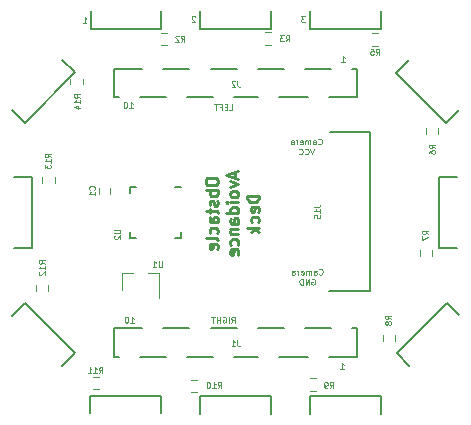
<source format=gbr>
G04 #@! TF.FileFunction,Legend,Bot*
%FSLAX46Y46*%
G04 Gerber Fmt 4.6, Leading zero omitted, Abs format (unit mm)*
G04 Created by KiCad (PCBNEW 4.0.7-e2-6376~58~ubuntu16.04.1) date Thu Aug  2 08:30:36 2018*
%MOMM*%
%LPD*%
G01*
G04 APERTURE LIST*
%ADD10C,0.100000*%
%ADD11C,0.125000*%
%ADD12C,0.250000*%
%ADD13C,0.200000*%
%ADD14C,0.150000*%
%ADD15C,0.120000*%
G04 APERTURE END LIST*
D10*
D11*
X144891666Y-80376190D02*
X144582143Y-80376190D01*
X144748809Y-80566667D01*
X144677381Y-80566667D01*
X144629762Y-80590476D01*
X144605952Y-80614286D01*
X144582143Y-80661905D01*
X144582143Y-80780952D01*
X144605952Y-80828571D01*
X144629762Y-80852381D01*
X144677381Y-80876190D01*
X144820238Y-80876190D01*
X144867857Y-80852381D01*
X144891666Y-80828571D01*
X135567857Y-80398810D02*
X135544047Y-80375000D01*
X135496428Y-80351190D01*
X135377381Y-80351190D01*
X135329762Y-80375000D01*
X135305952Y-80398810D01*
X135282143Y-80446429D01*
X135282143Y-80494048D01*
X135305952Y-80565476D01*
X135591666Y-80851190D01*
X135282143Y-80851190D01*
X126082143Y-80926190D02*
X126367857Y-80926190D01*
X126225000Y-80926190D02*
X126225000Y-80426190D01*
X126272619Y-80497619D01*
X126320238Y-80545238D01*
X126367857Y-80569048D01*
D12*
X136477381Y-94265475D02*
X136477381Y-94455952D01*
X136525000Y-94551190D01*
X136620238Y-94646428D01*
X136810714Y-94694047D01*
X137144048Y-94694047D01*
X137334524Y-94646428D01*
X137429762Y-94551190D01*
X137477381Y-94455952D01*
X137477381Y-94265475D01*
X137429762Y-94170237D01*
X137334524Y-94074999D01*
X137144048Y-94027380D01*
X136810714Y-94027380D01*
X136620238Y-94074999D01*
X136525000Y-94170237D01*
X136477381Y-94265475D01*
X137477381Y-95122618D02*
X136477381Y-95122618D01*
X136858333Y-95122618D02*
X136810714Y-95217856D01*
X136810714Y-95408333D01*
X136858333Y-95503571D01*
X136905952Y-95551190D01*
X137001190Y-95598809D01*
X137286905Y-95598809D01*
X137382143Y-95551190D01*
X137429762Y-95503571D01*
X137477381Y-95408333D01*
X137477381Y-95217856D01*
X137429762Y-95122618D01*
X137429762Y-95979761D02*
X137477381Y-96074999D01*
X137477381Y-96265475D01*
X137429762Y-96360714D01*
X137334524Y-96408333D01*
X137286905Y-96408333D01*
X137191667Y-96360714D01*
X137144048Y-96265475D01*
X137144048Y-96122618D01*
X137096429Y-96027380D01*
X137001190Y-95979761D01*
X136953571Y-95979761D01*
X136858333Y-96027380D01*
X136810714Y-96122618D01*
X136810714Y-96265475D01*
X136858333Y-96360714D01*
X136810714Y-96694047D02*
X136810714Y-97074999D01*
X136477381Y-96836904D02*
X137334524Y-96836904D01*
X137429762Y-96884523D01*
X137477381Y-96979761D01*
X137477381Y-97074999D01*
X137477381Y-97836905D02*
X136953571Y-97836905D01*
X136858333Y-97789286D01*
X136810714Y-97694048D01*
X136810714Y-97503571D01*
X136858333Y-97408333D01*
X137429762Y-97836905D02*
X137477381Y-97741667D01*
X137477381Y-97503571D01*
X137429762Y-97408333D01*
X137334524Y-97360714D01*
X137239286Y-97360714D01*
X137144048Y-97408333D01*
X137096429Y-97503571D01*
X137096429Y-97741667D01*
X137048810Y-97836905D01*
X137429762Y-98741667D02*
X137477381Y-98646429D01*
X137477381Y-98455952D01*
X137429762Y-98360714D01*
X137382143Y-98313095D01*
X137286905Y-98265476D01*
X137001190Y-98265476D01*
X136905952Y-98313095D01*
X136858333Y-98360714D01*
X136810714Y-98455952D01*
X136810714Y-98646429D01*
X136858333Y-98741667D01*
X137477381Y-99313095D02*
X137429762Y-99217857D01*
X137334524Y-99170238D01*
X136477381Y-99170238D01*
X137429762Y-100075001D02*
X137477381Y-99979763D01*
X137477381Y-99789286D01*
X137429762Y-99694048D01*
X137334524Y-99646429D01*
X136953571Y-99646429D01*
X136858333Y-99694048D01*
X136810714Y-99789286D01*
X136810714Y-99979763D01*
X136858333Y-100075001D01*
X136953571Y-100122620D01*
X137048810Y-100122620D01*
X137144048Y-99646429D01*
X138941667Y-93551190D02*
X138941667Y-94027381D01*
X139227381Y-93455952D02*
X138227381Y-93789285D01*
X139227381Y-94122619D01*
X138560714Y-94360714D02*
X139227381Y-94598809D01*
X138560714Y-94836905D01*
X139227381Y-95360714D02*
X139179762Y-95265476D01*
X139132143Y-95217857D01*
X139036905Y-95170238D01*
X138751190Y-95170238D01*
X138655952Y-95217857D01*
X138608333Y-95265476D01*
X138560714Y-95360714D01*
X138560714Y-95503572D01*
X138608333Y-95598810D01*
X138655952Y-95646429D01*
X138751190Y-95694048D01*
X139036905Y-95694048D01*
X139132143Y-95646429D01*
X139179762Y-95598810D01*
X139227381Y-95503572D01*
X139227381Y-95360714D01*
X139227381Y-96122619D02*
X138560714Y-96122619D01*
X138227381Y-96122619D02*
X138275000Y-96075000D01*
X138322619Y-96122619D01*
X138275000Y-96170238D01*
X138227381Y-96122619D01*
X138322619Y-96122619D01*
X139227381Y-97027381D02*
X138227381Y-97027381D01*
X139179762Y-97027381D02*
X139227381Y-96932143D01*
X139227381Y-96741666D01*
X139179762Y-96646428D01*
X139132143Y-96598809D01*
X139036905Y-96551190D01*
X138751190Y-96551190D01*
X138655952Y-96598809D01*
X138608333Y-96646428D01*
X138560714Y-96741666D01*
X138560714Y-96932143D01*
X138608333Y-97027381D01*
X139227381Y-97932143D02*
X138703571Y-97932143D01*
X138608333Y-97884524D01*
X138560714Y-97789286D01*
X138560714Y-97598809D01*
X138608333Y-97503571D01*
X139179762Y-97932143D02*
X139227381Y-97836905D01*
X139227381Y-97598809D01*
X139179762Y-97503571D01*
X139084524Y-97455952D01*
X138989286Y-97455952D01*
X138894048Y-97503571D01*
X138846429Y-97598809D01*
X138846429Y-97836905D01*
X138798810Y-97932143D01*
X138560714Y-98408333D02*
X139227381Y-98408333D01*
X138655952Y-98408333D02*
X138608333Y-98455952D01*
X138560714Y-98551190D01*
X138560714Y-98694048D01*
X138608333Y-98789286D01*
X138703571Y-98836905D01*
X139227381Y-98836905D01*
X139179762Y-99741667D02*
X139227381Y-99646429D01*
X139227381Y-99455952D01*
X139179762Y-99360714D01*
X139132143Y-99313095D01*
X139036905Y-99265476D01*
X138751190Y-99265476D01*
X138655952Y-99313095D01*
X138608333Y-99360714D01*
X138560714Y-99455952D01*
X138560714Y-99646429D01*
X138608333Y-99741667D01*
X139179762Y-100551191D02*
X139227381Y-100455953D01*
X139227381Y-100265476D01*
X139179762Y-100170238D01*
X139084524Y-100122619D01*
X138703571Y-100122619D01*
X138608333Y-100170238D01*
X138560714Y-100265476D01*
X138560714Y-100455953D01*
X138608333Y-100551191D01*
X138703571Y-100598810D01*
X138798810Y-100598810D01*
X138894048Y-100122619D01*
X140977381Y-95551190D02*
X139977381Y-95551190D01*
X139977381Y-95789285D01*
X140025000Y-95932143D01*
X140120238Y-96027381D01*
X140215476Y-96075000D01*
X140405952Y-96122619D01*
X140548810Y-96122619D01*
X140739286Y-96075000D01*
X140834524Y-96027381D01*
X140929762Y-95932143D01*
X140977381Y-95789285D01*
X140977381Y-95551190D01*
X140929762Y-96932143D02*
X140977381Y-96836905D01*
X140977381Y-96646428D01*
X140929762Y-96551190D01*
X140834524Y-96503571D01*
X140453571Y-96503571D01*
X140358333Y-96551190D01*
X140310714Y-96646428D01*
X140310714Y-96836905D01*
X140358333Y-96932143D01*
X140453571Y-96979762D01*
X140548810Y-96979762D01*
X140644048Y-96503571D01*
X140929762Y-97836905D02*
X140977381Y-97741667D01*
X140977381Y-97551190D01*
X140929762Y-97455952D01*
X140882143Y-97408333D01*
X140786905Y-97360714D01*
X140501190Y-97360714D01*
X140405952Y-97408333D01*
X140358333Y-97455952D01*
X140310714Y-97551190D01*
X140310714Y-97741667D01*
X140358333Y-97836905D01*
X140977381Y-98265476D02*
X139977381Y-98265476D01*
X140596429Y-98360714D02*
X140977381Y-98646429D01*
X140310714Y-98646429D02*
X140691667Y-98265476D01*
D10*
X146000000Y-91178571D02*
X146023810Y-91202381D01*
X146095238Y-91226190D01*
X146142857Y-91226190D01*
X146214286Y-91202381D01*
X146261905Y-91154762D01*
X146285714Y-91107143D01*
X146309524Y-91011905D01*
X146309524Y-90940476D01*
X146285714Y-90845238D01*
X146261905Y-90797619D01*
X146214286Y-90750000D01*
X146142857Y-90726190D01*
X146095238Y-90726190D01*
X146023810Y-90750000D01*
X146000000Y-90773810D01*
X145571429Y-91226190D02*
X145571429Y-90964286D01*
X145595238Y-90916667D01*
X145642857Y-90892857D01*
X145738095Y-90892857D01*
X145785714Y-90916667D01*
X145571429Y-91202381D02*
X145619048Y-91226190D01*
X145738095Y-91226190D01*
X145785714Y-91202381D01*
X145809524Y-91154762D01*
X145809524Y-91107143D01*
X145785714Y-91059524D01*
X145738095Y-91035714D01*
X145619048Y-91035714D01*
X145571429Y-91011905D01*
X145333333Y-91226190D02*
X145333333Y-90892857D01*
X145333333Y-90940476D02*
X145309524Y-90916667D01*
X145261905Y-90892857D01*
X145190476Y-90892857D01*
X145142857Y-90916667D01*
X145119048Y-90964286D01*
X145119048Y-91226190D01*
X145119048Y-90964286D02*
X145095238Y-90916667D01*
X145047619Y-90892857D01*
X144976191Y-90892857D01*
X144928571Y-90916667D01*
X144904762Y-90964286D01*
X144904762Y-91226190D01*
X144476190Y-91202381D02*
X144523809Y-91226190D01*
X144619047Y-91226190D01*
X144666666Y-91202381D01*
X144690476Y-91154762D01*
X144690476Y-90964286D01*
X144666666Y-90916667D01*
X144619047Y-90892857D01*
X144523809Y-90892857D01*
X144476190Y-90916667D01*
X144452381Y-90964286D01*
X144452381Y-91011905D01*
X144690476Y-91059524D01*
X144238095Y-91226190D02*
X144238095Y-90892857D01*
X144238095Y-90988095D02*
X144214286Y-90940476D01*
X144190476Y-90916667D01*
X144142857Y-90892857D01*
X144095238Y-90892857D01*
X143714286Y-91226190D02*
X143714286Y-90964286D01*
X143738095Y-90916667D01*
X143785714Y-90892857D01*
X143880952Y-90892857D01*
X143928571Y-90916667D01*
X143714286Y-91202381D02*
X143761905Y-91226190D01*
X143880952Y-91226190D01*
X143928571Y-91202381D01*
X143952381Y-91154762D01*
X143952381Y-91107143D01*
X143928571Y-91059524D01*
X143880952Y-91035714D01*
X143761905Y-91035714D01*
X143714286Y-91011905D01*
X145666666Y-91576190D02*
X145499999Y-92076190D01*
X145333333Y-91576190D01*
X144880952Y-92028571D02*
X144904762Y-92052381D01*
X144976190Y-92076190D01*
X145023809Y-92076190D01*
X145095238Y-92052381D01*
X145142857Y-92004762D01*
X145166666Y-91957143D01*
X145190476Y-91861905D01*
X145190476Y-91790476D01*
X145166666Y-91695238D01*
X145142857Y-91647619D01*
X145095238Y-91600000D01*
X145023809Y-91576190D01*
X144976190Y-91576190D01*
X144904762Y-91600000D01*
X144880952Y-91623810D01*
X144380952Y-92028571D02*
X144404762Y-92052381D01*
X144476190Y-92076190D01*
X144523809Y-92076190D01*
X144595238Y-92052381D01*
X144642857Y-92004762D01*
X144666666Y-91957143D01*
X144690476Y-91861905D01*
X144690476Y-91790476D01*
X144666666Y-91695238D01*
X144642857Y-91647619D01*
X144595238Y-91600000D01*
X144523809Y-91576190D01*
X144476190Y-91576190D01*
X144404762Y-91600000D01*
X144380952Y-91623810D01*
X146075000Y-102203571D02*
X146098810Y-102227381D01*
X146170238Y-102251190D01*
X146217857Y-102251190D01*
X146289286Y-102227381D01*
X146336905Y-102179762D01*
X146360714Y-102132143D01*
X146384524Y-102036905D01*
X146384524Y-101965476D01*
X146360714Y-101870238D01*
X146336905Y-101822619D01*
X146289286Y-101775000D01*
X146217857Y-101751190D01*
X146170238Y-101751190D01*
X146098810Y-101775000D01*
X146075000Y-101798810D01*
X145646429Y-102251190D02*
X145646429Y-101989286D01*
X145670238Y-101941667D01*
X145717857Y-101917857D01*
X145813095Y-101917857D01*
X145860714Y-101941667D01*
X145646429Y-102227381D02*
X145694048Y-102251190D01*
X145813095Y-102251190D01*
X145860714Y-102227381D01*
X145884524Y-102179762D01*
X145884524Y-102132143D01*
X145860714Y-102084524D01*
X145813095Y-102060714D01*
X145694048Y-102060714D01*
X145646429Y-102036905D01*
X145408333Y-102251190D02*
X145408333Y-101917857D01*
X145408333Y-101965476D02*
X145384524Y-101941667D01*
X145336905Y-101917857D01*
X145265476Y-101917857D01*
X145217857Y-101941667D01*
X145194048Y-101989286D01*
X145194048Y-102251190D01*
X145194048Y-101989286D02*
X145170238Y-101941667D01*
X145122619Y-101917857D01*
X145051191Y-101917857D01*
X145003571Y-101941667D01*
X144979762Y-101989286D01*
X144979762Y-102251190D01*
X144551190Y-102227381D02*
X144598809Y-102251190D01*
X144694047Y-102251190D01*
X144741666Y-102227381D01*
X144765476Y-102179762D01*
X144765476Y-101989286D01*
X144741666Y-101941667D01*
X144694047Y-101917857D01*
X144598809Y-101917857D01*
X144551190Y-101941667D01*
X144527381Y-101989286D01*
X144527381Y-102036905D01*
X144765476Y-102084524D01*
X144313095Y-102251190D02*
X144313095Y-101917857D01*
X144313095Y-102013095D02*
X144289286Y-101965476D01*
X144265476Y-101941667D01*
X144217857Y-101917857D01*
X144170238Y-101917857D01*
X143789286Y-102251190D02*
X143789286Y-101989286D01*
X143813095Y-101941667D01*
X143860714Y-101917857D01*
X143955952Y-101917857D01*
X144003571Y-101941667D01*
X143789286Y-102227381D02*
X143836905Y-102251190D01*
X143955952Y-102251190D01*
X144003571Y-102227381D01*
X144027381Y-102179762D01*
X144027381Y-102132143D01*
X144003571Y-102084524D01*
X143955952Y-102060714D01*
X143836905Y-102060714D01*
X143789286Y-102036905D01*
X145455953Y-102625000D02*
X145503572Y-102601190D01*
X145575000Y-102601190D01*
X145646429Y-102625000D01*
X145694048Y-102672619D01*
X145717857Y-102720238D01*
X145741667Y-102815476D01*
X145741667Y-102886905D01*
X145717857Y-102982143D01*
X145694048Y-103029762D01*
X145646429Y-103077381D01*
X145575000Y-103101190D01*
X145527381Y-103101190D01*
X145455953Y-103077381D01*
X145432143Y-103053571D01*
X145432143Y-102886905D01*
X145527381Y-102886905D01*
X145217857Y-103101190D02*
X145217857Y-102601190D01*
X144932143Y-103101190D01*
X144932143Y-102601190D01*
X144694047Y-103101190D02*
X144694047Y-102601190D01*
X144575000Y-102601190D01*
X144503571Y-102625000D01*
X144455952Y-102672619D01*
X144432143Y-102720238D01*
X144408333Y-102815476D01*
X144408333Y-102886905D01*
X144432143Y-102982143D01*
X144455952Y-103029762D01*
X144503571Y-103077381D01*
X144575000Y-103101190D01*
X144694047Y-103101190D01*
D13*
X131100000Y-84800000D02*
X128700000Y-84800000D01*
X128700000Y-84800000D02*
X128700000Y-87200000D01*
X128700000Y-87200000D02*
X129100000Y-87200000D01*
X135100000Y-84800000D02*
X132900000Y-84800000D01*
X139100000Y-84800000D02*
X136900000Y-84800000D01*
X133100000Y-87200000D02*
X130900000Y-87200000D01*
X137100000Y-87200000D02*
X134900000Y-87200000D01*
X140900000Y-87200000D02*
X138900000Y-87200000D01*
X143100000Y-84800000D02*
X140900000Y-84800000D01*
X145100000Y-87200000D02*
X142700000Y-87200000D01*
X147100000Y-84800000D02*
X144900000Y-84800000D01*
X149300000Y-84800000D02*
X148900000Y-84800000D01*
X149300000Y-84800000D02*
X149300000Y-87200000D01*
X149300000Y-87200000D02*
X146900000Y-87200000D01*
D14*
X132730000Y-79940000D02*
X132730000Y-81440000D01*
X132730000Y-81440000D02*
X126730000Y-81440000D01*
X126730000Y-81440000D02*
X126730000Y-79940000D01*
X142010000Y-79970000D02*
X142010000Y-81470000D01*
X142010000Y-81470000D02*
X136010000Y-81470000D01*
X136010000Y-81470000D02*
X136010000Y-79970000D01*
X151280000Y-79950000D02*
X151280000Y-81450000D01*
X151280000Y-81450000D02*
X145280000Y-81450000D01*
X145280000Y-81450000D02*
X145280000Y-79950000D01*
X145290000Y-114050000D02*
X145290000Y-112550000D01*
X145290000Y-112550000D02*
X151290000Y-112550000D01*
X151290000Y-112550000D02*
X151290000Y-114050000D01*
X126720000Y-113990000D02*
X126720000Y-112490000D01*
X126720000Y-112490000D02*
X132720000Y-112490000D01*
X132720000Y-112490000D02*
X132720000Y-113990000D01*
X130060000Y-94830000D02*
X130060000Y-95355000D01*
X134360000Y-99130000D02*
X134360000Y-98605000D01*
X130060000Y-99130000D02*
X130060000Y-98605000D01*
X134360000Y-94830000D02*
X133835000Y-94830000D01*
X134360000Y-99130000D02*
X133835000Y-99130000D01*
X130060000Y-99130000D02*
X130585000Y-99130000D01*
X130060000Y-94830000D02*
X130585000Y-94830000D01*
X157915584Y-88327056D02*
X156854924Y-89387716D01*
X156854924Y-89387716D02*
X152612284Y-85145076D01*
X152612284Y-85145076D02*
X153672944Y-84084416D01*
X157720000Y-100000000D02*
X156220000Y-100000000D01*
X156220000Y-100000000D02*
X156220000Y-94000000D01*
X156220000Y-94000000D02*
X157720000Y-94000000D01*
X120260000Y-94010000D02*
X121760000Y-94010000D01*
X121760000Y-94010000D02*
X121760000Y-100010000D01*
X121760000Y-100010000D02*
X120260000Y-100010000D01*
X136000000Y-114050000D02*
X136000000Y-112550000D01*
X136000000Y-112550000D02*
X142000000Y-112550000D01*
X142000000Y-112550000D02*
X142000000Y-114050000D01*
X120084416Y-105732944D02*
X121145076Y-104672284D01*
X121145076Y-104672284D02*
X125387716Y-108914924D01*
X125387716Y-108914924D02*
X124327056Y-109975584D01*
X153692944Y-109945584D02*
X152632284Y-108884924D01*
X152632284Y-108884924D02*
X156874924Y-104642284D01*
X156874924Y-104642284D02*
X157935584Y-105702944D01*
X124347056Y-84074416D02*
X125407716Y-85135076D01*
X125407716Y-85135076D02*
X121165076Y-89377716D01*
X121165076Y-89377716D02*
X120104416Y-88317056D01*
D15*
X129360000Y-102100000D02*
X130290000Y-102100000D01*
X132520000Y-102100000D02*
X131590000Y-102100000D01*
X132520000Y-102100000D02*
X132520000Y-104260000D01*
X129360000Y-102100000D02*
X129360000Y-103560000D01*
X127410000Y-95420000D02*
X127410000Y-94920000D01*
X128350000Y-94920000D02*
X128350000Y-95420000D01*
X132670000Y-81760000D02*
X133170000Y-81760000D01*
X133170000Y-82820000D02*
X132670000Y-82820000D01*
X141475000Y-81745000D02*
X141975000Y-81745000D01*
X141975000Y-82805000D02*
X141475000Y-82805000D01*
X150575000Y-81795000D02*
X151075000Y-81795000D01*
X151075000Y-82855000D02*
X150575000Y-82855000D01*
X156155000Y-89850000D02*
X156155000Y-90350000D01*
X155095000Y-90350000D02*
X155095000Y-89850000D01*
X155655000Y-100175000D02*
X155655000Y-100675000D01*
X154595000Y-100675000D02*
X154595000Y-100175000D01*
X152505000Y-107350000D02*
X152505000Y-107850000D01*
X151445000Y-107850000D02*
X151445000Y-107350000D01*
X145775000Y-112105000D02*
X145275000Y-112105000D01*
X145275000Y-111045000D02*
X145775000Y-111045000D01*
X135700000Y-112205000D02*
X135200000Y-112205000D01*
X135200000Y-111145000D02*
X135700000Y-111145000D01*
X127425000Y-111955000D02*
X126925000Y-111955000D01*
X126925000Y-110895000D02*
X127425000Y-110895000D01*
X122095000Y-103600000D02*
X122095000Y-103100000D01*
X123155000Y-103100000D02*
X123155000Y-103600000D01*
X122620000Y-94500000D02*
X122620000Y-94000000D01*
X123680000Y-94000000D02*
X123680000Y-94500000D01*
X125020000Y-86150000D02*
X125020000Y-85650000D01*
X126080000Y-85650000D02*
X126080000Y-86150000D01*
D13*
X131100000Y-106800000D02*
X128700000Y-106800000D01*
X128700000Y-106800000D02*
X128700000Y-109200000D01*
X128700000Y-109200000D02*
X129100000Y-109200000D01*
X135100000Y-106800000D02*
X132900000Y-106800000D01*
X139100000Y-106800000D02*
X136900000Y-106800000D01*
X133100000Y-109200000D02*
X130900000Y-109200000D01*
X137100000Y-109200000D02*
X134900000Y-109200000D01*
X140900000Y-109200000D02*
X138900000Y-109200000D01*
X143100000Y-106800000D02*
X140900000Y-106800000D01*
X145100000Y-109200000D02*
X142700000Y-109200000D01*
X147100000Y-106800000D02*
X144900000Y-106800000D01*
X149300000Y-106800000D02*
X148900000Y-106800000D01*
X149300000Y-106800000D02*
X149300000Y-109200000D01*
X149300000Y-109200000D02*
X146900000Y-109200000D01*
D14*
X147000000Y-90175000D02*
X150400000Y-90175000D01*
X150400000Y-90175000D02*
X150400000Y-103575000D01*
X150400000Y-103575000D02*
X150400000Y-103675000D01*
X150400000Y-103675000D02*
X146900000Y-103675000D01*
D10*
X139166666Y-85826190D02*
X139166666Y-86183333D01*
X139190476Y-86254762D01*
X139238095Y-86302381D01*
X139309523Y-86326190D01*
X139357142Y-86326190D01*
X138952381Y-85873810D02*
X138928571Y-85850000D01*
X138880952Y-85826190D01*
X138761905Y-85826190D01*
X138714286Y-85850000D01*
X138690476Y-85873810D01*
X138666667Y-85921429D01*
X138666667Y-85969048D01*
X138690476Y-86040476D01*
X138976190Y-86326190D01*
X138666667Y-86326190D01*
X138476190Y-88326190D02*
X138714285Y-88326190D01*
X138714285Y-87826190D01*
X138309523Y-88064286D02*
X138142857Y-88064286D01*
X138071428Y-88326190D02*
X138309523Y-88326190D01*
X138309523Y-87826190D01*
X138071428Y-87826190D01*
X137690476Y-88064286D02*
X137857142Y-88064286D01*
X137857142Y-88326190D02*
X137857142Y-87826190D01*
X137619047Y-87826190D01*
X137500000Y-87826190D02*
X137214286Y-87826190D01*
X137357143Y-88326190D02*
X137357143Y-87826190D01*
X129995238Y-88126190D02*
X130280952Y-88126190D01*
X130138095Y-88126190D02*
X130138095Y-87626190D01*
X130185714Y-87697619D01*
X130233333Y-87745238D01*
X130280952Y-87769048D01*
X129685714Y-87626190D02*
X129638095Y-87626190D01*
X129590476Y-87650000D01*
X129566667Y-87673810D01*
X129542857Y-87721429D01*
X129519048Y-87816667D01*
X129519048Y-87935714D01*
X129542857Y-88030952D01*
X129566667Y-88078571D01*
X129590476Y-88102381D01*
X129638095Y-88126190D01*
X129685714Y-88126190D01*
X129733333Y-88102381D01*
X129757143Y-88078571D01*
X129780952Y-88030952D01*
X129804762Y-87935714D01*
X129804762Y-87816667D01*
X129780952Y-87721429D01*
X129757143Y-87673810D01*
X129733333Y-87650000D01*
X129685714Y-87626190D01*
X147957143Y-84226190D02*
X148242857Y-84226190D01*
X148100000Y-84226190D02*
X148100000Y-83726190D01*
X148147619Y-83797619D01*
X148195238Y-83845238D01*
X148242857Y-83869048D01*
X128726190Y-98444048D02*
X129130952Y-98444048D01*
X129178571Y-98467857D01*
X129202381Y-98491667D01*
X129226190Y-98539286D01*
X129226190Y-98634524D01*
X129202381Y-98682143D01*
X129178571Y-98705952D01*
X129130952Y-98729762D01*
X128726190Y-98729762D01*
X128773810Y-98944048D02*
X128750000Y-98967858D01*
X128726190Y-99015477D01*
X128726190Y-99134524D01*
X128750000Y-99182143D01*
X128773810Y-99205953D01*
X128821429Y-99229762D01*
X128869048Y-99229762D01*
X128940476Y-99205953D01*
X129226190Y-98920239D01*
X129226190Y-99229762D01*
X132780952Y-101101190D02*
X132780952Y-101505952D01*
X132757143Y-101553571D01*
X132733333Y-101577381D01*
X132685714Y-101601190D01*
X132590476Y-101601190D01*
X132542857Y-101577381D01*
X132519048Y-101553571D01*
X132495238Y-101505952D01*
X132495238Y-101101190D01*
X131995238Y-101601190D02*
X132280952Y-101601190D01*
X132138095Y-101601190D02*
X132138095Y-101101190D01*
X132185714Y-101172619D01*
X132233333Y-101220238D01*
X132280952Y-101244048D01*
X127048571Y-95056667D02*
X127072381Y-95032857D01*
X127096190Y-94961429D01*
X127096190Y-94913810D01*
X127072381Y-94842381D01*
X127024762Y-94794762D01*
X126977143Y-94770953D01*
X126881905Y-94747143D01*
X126810476Y-94747143D01*
X126715238Y-94770953D01*
X126667619Y-94794762D01*
X126620000Y-94842381D01*
X126596190Y-94913810D01*
X126596190Y-94961429D01*
X126620000Y-95032857D01*
X126643810Y-95056667D01*
X127096190Y-95532857D02*
X127096190Y-95247143D01*
X127096190Y-95390000D02*
X126596190Y-95390000D01*
X126667619Y-95342381D01*
X126715238Y-95294762D01*
X126739048Y-95247143D01*
X134383333Y-82516190D02*
X134550000Y-82278095D01*
X134669047Y-82516190D02*
X134669047Y-82016190D01*
X134478571Y-82016190D01*
X134430952Y-82040000D01*
X134407143Y-82063810D01*
X134383333Y-82111429D01*
X134383333Y-82182857D01*
X134407143Y-82230476D01*
X134430952Y-82254286D01*
X134478571Y-82278095D01*
X134669047Y-82278095D01*
X134192857Y-82063810D02*
X134169047Y-82040000D01*
X134121428Y-82016190D01*
X134002381Y-82016190D01*
X133954762Y-82040000D01*
X133930952Y-82063810D01*
X133907143Y-82111429D01*
X133907143Y-82159048D01*
X133930952Y-82230476D01*
X134216666Y-82516190D01*
X133907143Y-82516190D01*
X143233333Y-82501190D02*
X143400000Y-82263095D01*
X143519047Y-82501190D02*
X143519047Y-82001190D01*
X143328571Y-82001190D01*
X143280952Y-82025000D01*
X143257143Y-82048810D01*
X143233333Y-82096429D01*
X143233333Y-82167857D01*
X143257143Y-82215476D01*
X143280952Y-82239286D01*
X143328571Y-82263095D01*
X143519047Y-82263095D01*
X143066666Y-82001190D02*
X142757143Y-82001190D01*
X142923809Y-82191667D01*
X142852381Y-82191667D01*
X142804762Y-82215476D01*
X142780952Y-82239286D01*
X142757143Y-82286905D01*
X142757143Y-82405952D01*
X142780952Y-82453571D01*
X142804762Y-82477381D01*
X142852381Y-82501190D01*
X142995238Y-82501190D01*
X143042857Y-82477381D01*
X143066666Y-82453571D01*
X150883333Y-83626190D02*
X151050000Y-83388095D01*
X151169047Y-83626190D02*
X151169047Y-83126190D01*
X150978571Y-83126190D01*
X150930952Y-83150000D01*
X150907143Y-83173810D01*
X150883333Y-83221429D01*
X150883333Y-83292857D01*
X150907143Y-83340476D01*
X150930952Y-83364286D01*
X150978571Y-83388095D01*
X151169047Y-83388095D01*
X150430952Y-83126190D02*
X150669047Y-83126190D01*
X150692857Y-83364286D01*
X150669047Y-83340476D01*
X150621428Y-83316667D01*
X150502381Y-83316667D01*
X150454762Y-83340476D01*
X150430952Y-83364286D01*
X150407143Y-83411905D01*
X150407143Y-83530952D01*
X150430952Y-83578571D01*
X150454762Y-83602381D01*
X150502381Y-83626190D01*
X150621428Y-83626190D01*
X150669047Y-83602381D01*
X150692857Y-83578571D01*
X155901190Y-91541667D02*
X155663095Y-91375000D01*
X155901190Y-91255953D02*
X155401190Y-91255953D01*
X155401190Y-91446429D01*
X155425000Y-91494048D01*
X155448810Y-91517857D01*
X155496429Y-91541667D01*
X155567857Y-91541667D01*
X155615476Y-91517857D01*
X155639286Y-91494048D01*
X155663095Y-91446429D01*
X155663095Y-91255953D01*
X155401190Y-91970238D02*
X155401190Y-91875000D01*
X155425000Y-91827381D01*
X155448810Y-91803572D01*
X155520238Y-91755953D01*
X155615476Y-91732143D01*
X155805952Y-91732143D01*
X155853571Y-91755953D01*
X155877381Y-91779762D01*
X155901190Y-91827381D01*
X155901190Y-91922619D01*
X155877381Y-91970238D01*
X155853571Y-91994048D01*
X155805952Y-92017857D01*
X155686905Y-92017857D01*
X155639286Y-91994048D01*
X155615476Y-91970238D01*
X155591667Y-91922619D01*
X155591667Y-91827381D01*
X155615476Y-91779762D01*
X155639286Y-91755953D01*
X155686905Y-91732143D01*
X155326190Y-98816667D02*
X155088095Y-98650000D01*
X155326190Y-98530953D02*
X154826190Y-98530953D01*
X154826190Y-98721429D01*
X154850000Y-98769048D01*
X154873810Y-98792857D01*
X154921429Y-98816667D01*
X154992857Y-98816667D01*
X155040476Y-98792857D01*
X155064286Y-98769048D01*
X155088095Y-98721429D01*
X155088095Y-98530953D01*
X154826190Y-98983334D02*
X154826190Y-99316667D01*
X155326190Y-99102381D01*
X152176190Y-106016667D02*
X151938095Y-105850000D01*
X152176190Y-105730953D02*
X151676190Y-105730953D01*
X151676190Y-105921429D01*
X151700000Y-105969048D01*
X151723810Y-105992857D01*
X151771429Y-106016667D01*
X151842857Y-106016667D01*
X151890476Y-105992857D01*
X151914286Y-105969048D01*
X151938095Y-105921429D01*
X151938095Y-105730953D01*
X151890476Y-106302381D02*
X151866667Y-106254762D01*
X151842857Y-106230953D01*
X151795238Y-106207143D01*
X151771429Y-106207143D01*
X151723810Y-106230953D01*
X151700000Y-106254762D01*
X151676190Y-106302381D01*
X151676190Y-106397619D01*
X151700000Y-106445238D01*
X151723810Y-106469048D01*
X151771429Y-106492857D01*
X151795238Y-106492857D01*
X151842857Y-106469048D01*
X151866667Y-106445238D01*
X151890476Y-106397619D01*
X151890476Y-106302381D01*
X151914286Y-106254762D01*
X151938095Y-106230953D01*
X151985714Y-106207143D01*
X152080952Y-106207143D01*
X152128571Y-106230953D01*
X152152381Y-106254762D01*
X152176190Y-106302381D01*
X152176190Y-106397619D01*
X152152381Y-106445238D01*
X152128571Y-106469048D01*
X152080952Y-106492857D01*
X151985714Y-106492857D01*
X151938095Y-106469048D01*
X151914286Y-106445238D01*
X151890476Y-106397619D01*
X146983333Y-111851190D02*
X147150000Y-111613095D01*
X147269047Y-111851190D02*
X147269047Y-111351190D01*
X147078571Y-111351190D01*
X147030952Y-111375000D01*
X147007143Y-111398810D01*
X146983333Y-111446429D01*
X146983333Y-111517857D01*
X147007143Y-111565476D01*
X147030952Y-111589286D01*
X147078571Y-111613095D01*
X147269047Y-111613095D01*
X146745238Y-111851190D02*
X146650000Y-111851190D01*
X146602381Y-111827381D01*
X146578571Y-111803571D01*
X146530952Y-111732143D01*
X146507143Y-111636905D01*
X146507143Y-111446429D01*
X146530952Y-111398810D01*
X146554762Y-111375000D01*
X146602381Y-111351190D01*
X146697619Y-111351190D01*
X146745238Y-111375000D01*
X146769047Y-111398810D01*
X146792857Y-111446429D01*
X146792857Y-111565476D01*
X146769047Y-111613095D01*
X146745238Y-111636905D01*
X146697619Y-111660714D01*
X146602381Y-111660714D01*
X146554762Y-111636905D01*
X146530952Y-111613095D01*
X146507143Y-111565476D01*
X137496428Y-111851190D02*
X137663095Y-111613095D01*
X137782142Y-111851190D02*
X137782142Y-111351190D01*
X137591666Y-111351190D01*
X137544047Y-111375000D01*
X137520238Y-111398810D01*
X137496428Y-111446429D01*
X137496428Y-111517857D01*
X137520238Y-111565476D01*
X137544047Y-111589286D01*
X137591666Y-111613095D01*
X137782142Y-111613095D01*
X137020238Y-111851190D02*
X137305952Y-111851190D01*
X137163095Y-111851190D02*
X137163095Y-111351190D01*
X137210714Y-111422619D01*
X137258333Y-111470238D01*
X137305952Y-111494048D01*
X136710714Y-111351190D02*
X136663095Y-111351190D01*
X136615476Y-111375000D01*
X136591667Y-111398810D01*
X136567857Y-111446429D01*
X136544048Y-111541667D01*
X136544048Y-111660714D01*
X136567857Y-111755952D01*
X136591667Y-111803571D01*
X136615476Y-111827381D01*
X136663095Y-111851190D01*
X136710714Y-111851190D01*
X136758333Y-111827381D01*
X136782143Y-111803571D01*
X136805952Y-111755952D01*
X136829762Y-111660714D01*
X136829762Y-111541667D01*
X136805952Y-111446429D01*
X136782143Y-111398810D01*
X136758333Y-111375000D01*
X136710714Y-111351190D01*
X127446428Y-110601190D02*
X127613095Y-110363095D01*
X127732142Y-110601190D02*
X127732142Y-110101190D01*
X127541666Y-110101190D01*
X127494047Y-110125000D01*
X127470238Y-110148810D01*
X127446428Y-110196429D01*
X127446428Y-110267857D01*
X127470238Y-110315476D01*
X127494047Y-110339286D01*
X127541666Y-110363095D01*
X127732142Y-110363095D01*
X126970238Y-110601190D02*
X127255952Y-110601190D01*
X127113095Y-110601190D02*
X127113095Y-110101190D01*
X127160714Y-110172619D01*
X127208333Y-110220238D01*
X127255952Y-110244048D01*
X126494048Y-110601190D02*
X126779762Y-110601190D01*
X126636905Y-110601190D02*
X126636905Y-110101190D01*
X126684524Y-110172619D01*
X126732143Y-110220238D01*
X126779762Y-110244048D01*
X122851190Y-101328572D02*
X122613095Y-101161905D01*
X122851190Y-101042858D02*
X122351190Y-101042858D01*
X122351190Y-101233334D01*
X122375000Y-101280953D01*
X122398810Y-101304762D01*
X122446429Y-101328572D01*
X122517857Y-101328572D01*
X122565476Y-101304762D01*
X122589286Y-101280953D01*
X122613095Y-101233334D01*
X122613095Y-101042858D01*
X122851190Y-101804762D02*
X122851190Y-101519048D01*
X122851190Y-101661905D02*
X122351190Y-101661905D01*
X122422619Y-101614286D01*
X122470238Y-101566667D01*
X122494048Y-101519048D01*
X122398810Y-101995238D02*
X122375000Y-102019048D01*
X122351190Y-102066667D01*
X122351190Y-102185714D01*
X122375000Y-102233333D01*
X122398810Y-102257143D01*
X122446429Y-102280952D01*
X122494048Y-102280952D01*
X122565476Y-102257143D01*
X122851190Y-101971429D01*
X122851190Y-102280952D01*
X123351190Y-92303572D02*
X123113095Y-92136905D01*
X123351190Y-92017858D02*
X122851190Y-92017858D01*
X122851190Y-92208334D01*
X122875000Y-92255953D01*
X122898810Y-92279762D01*
X122946429Y-92303572D01*
X123017857Y-92303572D01*
X123065476Y-92279762D01*
X123089286Y-92255953D01*
X123113095Y-92208334D01*
X123113095Y-92017858D01*
X123351190Y-92779762D02*
X123351190Y-92494048D01*
X123351190Y-92636905D02*
X122851190Y-92636905D01*
X122922619Y-92589286D01*
X122970238Y-92541667D01*
X122994048Y-92494048D01*
X122851190Y-92946429D02*
X122851190Y-93255952D01*
X123041667Y-93089286D01*
X123041667Y-93160714D01*
X123065476Y-93208333D01*
X123089286Y-93232143D01*
X123136905Y-93255952D01*
X123255952Y-93255952D01*
X123303571Y-93232143D01*
X123327381Y-93208333D01*
X123351190Y-93160714D01*
X123351190Y-93017857D01*
X123327381Y-92970238D01*
X123303571Y-92946429D01*
X125851190Y-87278572D02*
X125613095Y-87111905D01*
X125851190Y-86992858D02*
X125351190Y-86992858D01*
X125351190Y-87183334D01*
X125375000Y-87230953D01*
X125398810Y-87254762D01*
X125446429Y-87278572D01*
X125517857Y-87278572D01*
X125565476Y-87254762D01*
X125589286Y-87230953D01*
X125613095Y-87183334D01*
X125613095Y-86992858D01*
X125851190Y-87754762D02*
X125851190Y-87469048D01*
X125851190Y-87611905D02*
X125351190Y-87611905D01*
X125422619Y-87564286D01*
X125470238Y-87516667D01*
X125494048Y-87469048D01*
X125517857Y-88183333D02*
X125851190Y-88183333D01*
X125327381Y-88064286D02*
X125684524Y-87945238D01*
X125684524Y-88254762D01*
X139166666Y-107826190D02*
X139166666Y-108183333D01*
X139190476Y-108254762D01*
X139238095Y-108302381D01*
X139309523Y-108326190D01*
X139357142Y-108326190D01*
X138666667Y-108326190D02*
X138952381Y-108326190D01*
X138809524Y-108326190D02*
X138809524Y-107826190D01*
X138857143Y-107897619D01*
X138904762Y-107945238D01*
X138952381Y-107969048D01*
X138641666Y-106326190D02*
X138808333Y-106088095D01*
X138927380Y-106326190D02*
X138927380Y-105826190D01*
X138736904Y-105826190D01*
X138689285Y-105850000D01*
X138665476Y-105873810D01*
X138641666Y-105921429D01*
X138641666Y-105992857D01*
X138665476Y-106040476D01*
X138689285Y-106064286D01*
X138736904Y-106088095D01*
X138927380Y-106088095D01*
X138427380Y-106326190D02*
X138427380Y-105826190D01*
X137927381Y-105850000D02*
X137975000Y-105826190D01*
X138046428Y-105826190D01*
X138117857Y-105850000D01*
X138165476Y-105897619D01*
X138189285Y-105945238D01*
X138213095Y-106040476D01*
X138213095Y-106111905D01*
X138189285Y-106207143D01*
X138165476Y-106254762D01*
X138117857Y-106302381D01*
X138046428Y-106326190D01*
X137998809Y-106326190D01*
X137927381Y-106302381D01*
X137903571Y-106278571D01*
X137903571Y-106111905D01*
X137998809Y-106111905D01*
X137689285Y-106326190D02*
X137689285Y-105826190D01*
X137689285Y-106064286D02*
X137403571Y-106064286D01*
X137403571Y-106326190D02*
X137403571Y-105826190D01*
X137236904Y-105826190D02*
X136951190Y-105826190D01*
X137094047Y-106326190D02*
X137094047Y-105826190D01*
X130095238Y-106326190D02*
X130380952Y-106326190D01*
X130238095Y-106326190D02*
X130238095Y-105826190D01*
X130285714Y-105897619D01*
X130333333Y-105945238D01*
X130380952Y-105969048D01*
X129785714Y-105826190D02*
X129738095Y-105826190D01*
X129690476Y-105850000D01*
X129666667Y-105873810D01*
X129642857Y-105921429D01*
X129619048Y-106016667D01*
X129619048Y-106135714D01*
X129642857Y-106230952D01*
X129666667Y-106278571D01*
X129690476Y-106302381D01*
X129738095Y-106326190D01*
X129785714Y-106326190D01*
X129833333Y-106302381D01*
X129857143Y-106278571D01*
X129880952Y-106230952D01*
X129904762Y-106135714D01*
X129904762Y-106016667D01*
X129880952Y-105921429D01*
X129857143Y-105873810D01*
X129833333Y-105850000D01*
X129785714Y-105826190D01*
X147857143Y-110226190D02*
X148142857Y-110226190D01*
X148000000Y-110226190D02*
X148000000Y-109726190D01*
X148047619Y-109797619D01*
X148095238Y-109845238D01*
X148142857Y-109869048D01*
X145676190Y-96520239D02*
X146033333Y-96520239D01*
X146104762Y-96496429D01*
X146152381Y-96448810D01*
X146176190Y-96377382D01*
X146176190Y-96329763D01*
X146176190Y-97020238D02*
X146176190Y-96734524D01*
X146176190Y-96877381D02*
X145676190Y-96877381D01*
X145747619Y-96829762D01*
X145795238Y-96782143D01*
X145819048Y-96734524D01*
X145676190Y-97472619D02*
X145676190Y-97234524D01*
X145914286Y-97210714D01*
X145890476Y-97234524D01*
X145866667Y-97282143D01*
X145866667Y-97401190D01*
X145890476Y-97448809D01*
X145914286Y-97472619D01*
X145961905Y-97496428D01*
X146080952Y-97496428D01*
X146128571Y-97472619D01*
X146152381Y-97448809D01*
X146176190Y-97401190D01*
X146176190Y-97282143D01*
X146152381Y-97234524D01*
X146128571Y-97210714D01*
M02*

</source>
